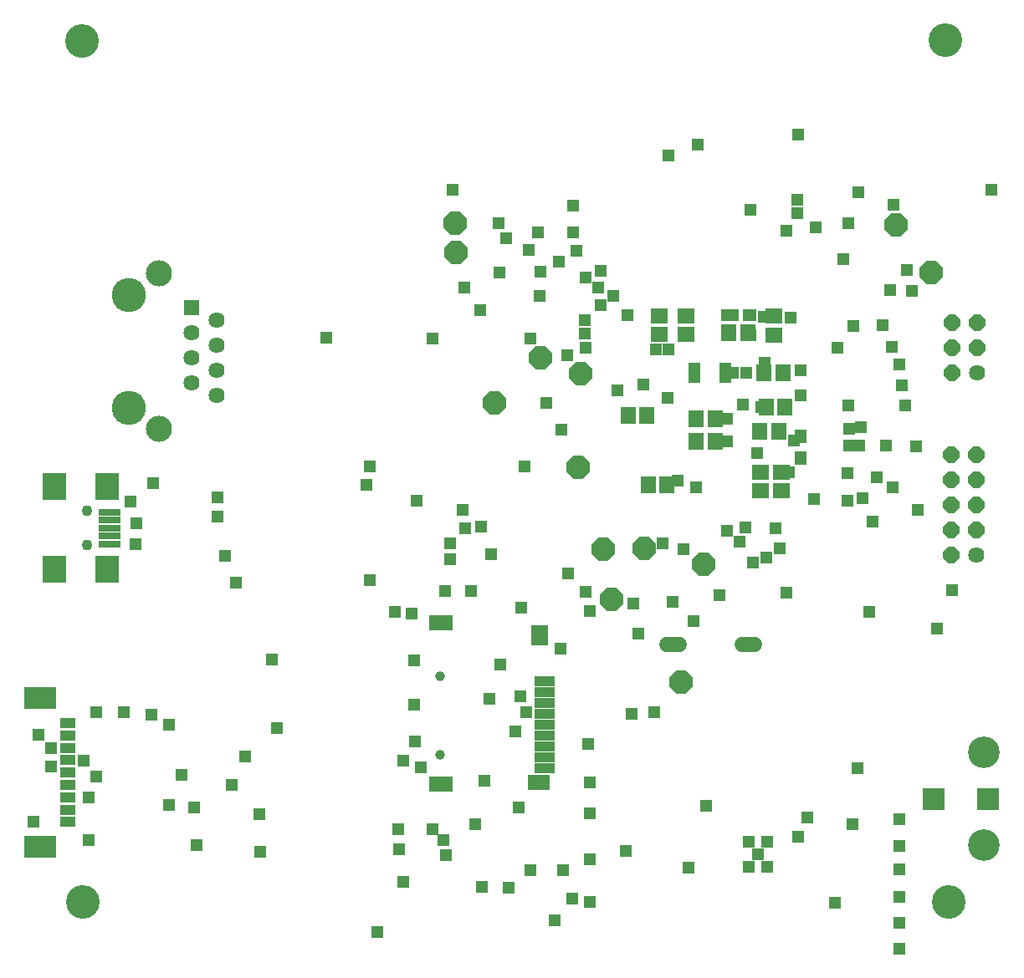
<source format=gbs>
G75*
%MOIN*%
%OFA0B0*%
%FSLAX25Y25*%
%IPPOS*%
%LPD*%
%AMOC8*
5,1,8,0,0,1.08239X$1,22.5*
%
%ADD10C,0.06400*%
%ADD11OC8,0.06400*%
%ADD12C,0.06000*%
%ADD13C,0.13398*%
%ADD14R,0.06400X0.06400*%
%ADD15C,0.10400*%
%ADD16C,0.13600*%
%ADD17R,0.05131X0.04737*%
%ADD18R,0.09068X0.09068*%
%ADD19C,0.12611*%
%ADD20R,0.05918X0.03950*%
%ADD21R,0.12611X0.09068*%
%ADD22R,0.05131X0.07887*%
%ADD23R,0.05918X0.06706*%
%ADD24R,0.05524X0.04737*%
%ADD25R,0.06706X0.05918*%
%ADD26R,0.04737X0.05524*%
%ADD27R,0.09461X0.10643*%
%ADD28R,0.08674X0.02769*%
%ADD29C,0.04343*%
%ADD30R,0.07887X0.03950*%
%ADD31R,0.08674X0.06312*%
%ADD32R,0.09461X0.06312*%
%ADD33R,0.07099X0.07887*%
%ADD34C,0.03950*%
%ADD35OC8,0.09300*%
%ADD36R,0.04762X0.04762*%
D10*
X0080050Y0230000D03*
X0070050Y0235000D03*
X0070050Y0245000D03*
X0080050Y0240000D03*
X0080050Y0250000D03*
X0070050Y0255000D03*
X0080050Y0260000D03*
X0383050Y0239000D03*
X0382800Y0166250D03*
D11*
X0372800Y0166250D03*
X0372800Y0176250D03*
X0372800Y0186250D03*
X0382800Y0186250D03*
X0382800Y0176250D03*
X0382800Y0196250D03*
X0382800Y0206250D03*
X0372800Y0206250D03*
X0372800Y0196250D03*
X0373050Y0239000D03*
X0373050Y0249000D03*
X0383050Y0249000D03*
X0383050Y0259000D03*
X0373050Y0259000D03*
D12*
X0294650Y0130500D02*
X0289450Y0130500D01*
X0264650Y0130500D02*
X0259450Y0130500D01*
D13*
X0026800Y0028000D03*
X0026550Y0371250D03*
X0370550Y0371500D03*
X0371800Y0028000D03*
D14*
X0070050Y0265000D03*
D15*
X0057050Y0278500D03*
X0057050Y0216500D03*
D16*
X0045050Y0225000D03*
X0045050Y0270000D03*
D17*
X0332300Y0216596D03*
X0332300Y0209904D03*
D18*
X0365973Y0069000D03*
X0387627Y0069000D03*
D19*
X0385816Y0050496D03*
X0385816Y0087504D03*
D20*
X0020721Y0089343D03*
X0020721Y0094264D03*
X0020721Y0099185D03*
X0020721Y0084421D03*
X0020721Y0079500D03*
X0020721Y0074579D03*
X0020721Y0069657D03*
X0020721Y0064736D03*
X0020721Y0059815D03*
D21*
X0009894Y0049776D03*
X0009894Y0109224D03*
D22*
X0270698Y0239000D03*
X0282902Y0239000D03*
D23*
X0298310Y0238750D03*
X0305790Y0238750D03*
X0306540Y0225250D03*
X0299060Y0225250D03*
X0296560Y0215500D03*
X0304040Y0215500D03*
X0278790Y0211500D03*
X0271310Y0211500D03*
X0271310Y0220500D03*
X0278790Y0220500D03*
X0251540Y0222000D03*
X0244060Y0222000D03*
X0252060Y0194250D03*
X0259540Y0194250D03*
X0284310Y0254750D03*
X0291790Y0254750D03*
D24*
X0292381Y0261750D03*
X0283719Y0261750D03*
D25*
X0267300Y0261740D03*
X0267300Y0254260D03*
X0256550Y0254260D03*
X0256550Y0261740D03*
X0302300Y0261490D03*
X0302300Y0254010D03*
X0305050Y0199240D03*
X0305050Y0191760D03*
X0296800Y0191760D03*
X0296800Y0199240D03*
D26*
X0312800Y0204919D03*
X0312800Y0213581D03*
D27*
X0036424Y0193535D03*
X0015558Y0193535D03*
X0015558Y0160465D03*
X0036424Y0160465D03*
D28*
X0037408Y0170701D03*
X0037408Y0173850D03*
X0037408Y0177000D03*
X0037408Y0180150D03*
X0037408Y0183299D03*
D29*
X0028550Y0183890D03*
X0028550Y0170110D03*
D30*
X0210800Y0115907D03*
X0210800Y0111577D03*
X0210800Y0107246D03*
X0210800Y0102915D03*
X0210800Y0098585D03*
X0210800Y0094254D03*
X0210800Y0089923D03*
X0210800Y0085593D03*
X0210800Y0081262D03*
D31*
X0208438Y0075553D03*
D32*
X0169658Y0074963D03*
X0169658Y0139136D03*
D33*
X0208831Y0134215D03*
D34*
X0169068Y0118073D03*
X0169068Y0086577D03*
D35*
X0237550Y0148500D03*
X0234300Y0168500D03*
X0250550Y0168750D03*
X0274050Y0162500D03*
X0265300Y0115500D03*
X0224050Y0201250D03*
X0190800Y0227000D03*
X0209300Y0244750D03*
X0225050Y0238500D03*
X0175550Y0287000D03*
X0175300Y0298500D03*
X0350800Y0298000D03*
X0364800Y0279000D03*
D36*
X0355300Y0279750D03*
X0357050Y0271500D03*
X0348550Y0272000D03*
X0345550Y0257750D03*
X0349300Y0249250D03*
X0352300Y0242250D03*
X0353050Y0233750D03*
X0354550Y0225750D03*
X0358800Y0209500D03*
X0346800Y0209750D03*
X0336050Y0209750D03*
X0336800Y0217240D03*
X0331800Y0225750D03*
X0312800Y0230000D03*
X0312800Y0239750D03*
X0298550Y0243000D03*
X0291300Y0238750D03*
X0285800Y0239000D03*
X0292800Y0253750D03*
X0298050Y0261250D03*
X0308800Y0260750D03*
X0327550Y0249000D03*
X0333800Y0257500D03*
X0329800Y0284250D03*
X0318800Y0297000D03*
X0311550Y0302500D03*
X0311550Y0307750D03*
X0307050Y0295500D03*
X0292800Y0304000D03*
X0271800Y0329750D03*
X0260300Y0325500D03*
X0222300Y0305500D03*
X0222050Y0295000D03*
X0223550Y0287500D03*
X0216550Y0283250D03*
X0209050Y0279250D03*
X0204550Y0287750D03*
X0208050Y0295000D03*
X0195550Y0292500D03*
X0192550Y0298500D03*
X0174050Y0311750D03*
X0192800Y0279000D03*
X0178800Y0272750D03*
X0185300Y0263750D03*
X0166300Y0252500D03*
X0205050Y0252500D03*
X0219800Y0245750D03*
X0227300Y0249000D03*
X0226800Y0254500D03*
X0226800Y0259750D03*
X0233050Y0265750D03*
X0238300Y0269500D03*
X0232300Y0273000D03*
X0227050Y0276750D03*
X0233050Y0279500D03*
X0243800Y0261750D03*
X0255050Y0248250D03*
X0260300Y0248250D03*
X0250050Y0234250D03*
X0259800Y0228750D03*
X0239800Y0232000D03*
X0217550Y0216250D03*
X0211550Y0226750D03*
X0202800Y0201500D03*
X0185550Y0177500D03*
X0179300Y0176750D03*
X0178300Y0184250D03*
X0173300Y0170750D03*
X0173050Y0164500D03*
X0171050Y0151750D03*
X0181550Y0151750D03*
X0189550Y0166500D03*
X0201550Y0145250D03*
X0217050Y0128750D03*
X0228800Y0143750D03*
X0227050Y0151500D03*
X0220050Y0159000D03*
X0246300Y0146750D03*
X0248300Y0135000D03*
X0261800Y0147500D03*
X0270050Y0140000D03*
X0280550Y0150250D03*
X0293800Y0163250D03*
X0299050Y0165250D03*
X0304550Y0169000D03*
X0302800Y0176750D03*
X0290800Y0177250D03*
X0288550Y0171500D03*
X0283550Y0175750D03*
X0266300Y0168500D03*
X0257800Y0170750D03*
X0271300Y0193250D03*
X0263800Y0196000D03*
X0283550Y0211500D03*
X0283550Y0220500D03*
X0289800Y0226250D03*
X0297050Y0225250D03*
X0310300Y0211750D03*
X0308300Y0199250D03*
X0305050Y0191500D03*
X0318300Y0188500D03*
X0331550Y0188000D03*
X0337550Y0189000D03*
X0343050Y0197250D03*
X0349550Y0193250D03*
X0359550Y0184250D03*
X0341550Y0179500D03*
X0331550Y0199000D03*
X0295550Y0207000D03*
X0285800Y0261750D03*
X0331800Y0298500D03*
X0335800Y0311000D03*
X0349800Y0305750D03*
X0311800Y0333750D03*
X0388800Y0311750D03*
X0373050Y0152250D03*
X0367050Y0137000D03*
X0340050Y0143500D03*
X0307050Y0151250D03*
X0254550Y0103500D03*
X0245550Y0102750D03*
X0228050Y0090750D03*
X0228800Y0075500D03*
X0228800Y0063250D03*
X0228800Y0045000D03*
X0218050Y0040500D03*
X0221800Y0029250D03*
X0228800Y0028000D03*
X0214800Y0020500D03*
X0205300Y0040500D03*
X0196550Y0033500D03*
X0185800Y0034000D03*
X0171550Y0046500D03*
X0170550Y0052500D03*
X0166050Y0056750D03*
X0152550Y0057000D03*
X0152800Y0049000D03*
X0154550Y0036000D03*
X0144300Y0015750D03*
X0097550Y0048000D03*
X0097050Y0063000D03*
X0086300Y0074500D03*
X0091550Y0085750D03*
X0104300Y0097250D03*
X0102050Y0124500D03*
X0087800Y0155250D03*
X0083550Y0165750D03*
X0080550Y0181500D03*
X0080550Y0189250D03*
X0054800Y0194750D03*
X0045800Y0187500D03*
X0048050Y0178750D03*
X0047800Y0170500D03*
X0043300Y0103500D03*
X0032300Y0103500D03*
X0027300Y0084250D03*
X0032300Y0077750D03*
X0029300Y0069500D03*
X0029300Y0052500D03*
X0007050Y0059750D03*
X0014050Y0081750D03*
X0014050Y0089250D03*
X0009050Y0094500D03*
X0054300Y0102500D03*
X0061300Y0098500D03*
X0066300Y0078500D03*
X0061300Y0066500D03*
X0071300Y0065500D03*
X0072300Y0050500D03*
X0154550Y0084250D03*
X0161550Y0081500D03*
X0159050Y0092000D03*
X0158800Y0106500D03*
X0158800Y0124250D03*
X0157800Y0142750D03*
X0151050Y0143500D03*
X0141050Y0156250D03*
X0159800Y0188000D03*
X0139800Y0194250D03*
X0141050Y0201500D03*
X0123800Y0252750D03*
X0208800Y0269500D03*
X0193300Y0122500D03*
X0188800Y0109000D03*
X0201050Y0110000D03*
X0203425Y0103625D03*
X0199050Y0095750D03*
X0186800Y0076250D03*
X0200550Y0065500D03*
X0183050Y0058750D03*
X0243050Y0048250D03*
X0268050Y0041500D03*
X0292050Y0042000D03*
X0295800Y0047000D03*
X0299550Y0042000D03*
X0299550Y0052000D03*
X0292050Y0052000D03*
X0275300Y0066250D03*
X0311800Y0053750D03*
X0315550Y0061500D03*
X0333550Y0059000D03*
X0352300Y0060750D03*
X0352300Y0050250D03*
X0352300Y0041000D03*
X0352300Y0029750D03*
X0352300Y0019500D03*
X0352300Y0009250D03*
X0326550Y0027500D03*
X0335550Y0081250D03*
M02*

</source>
